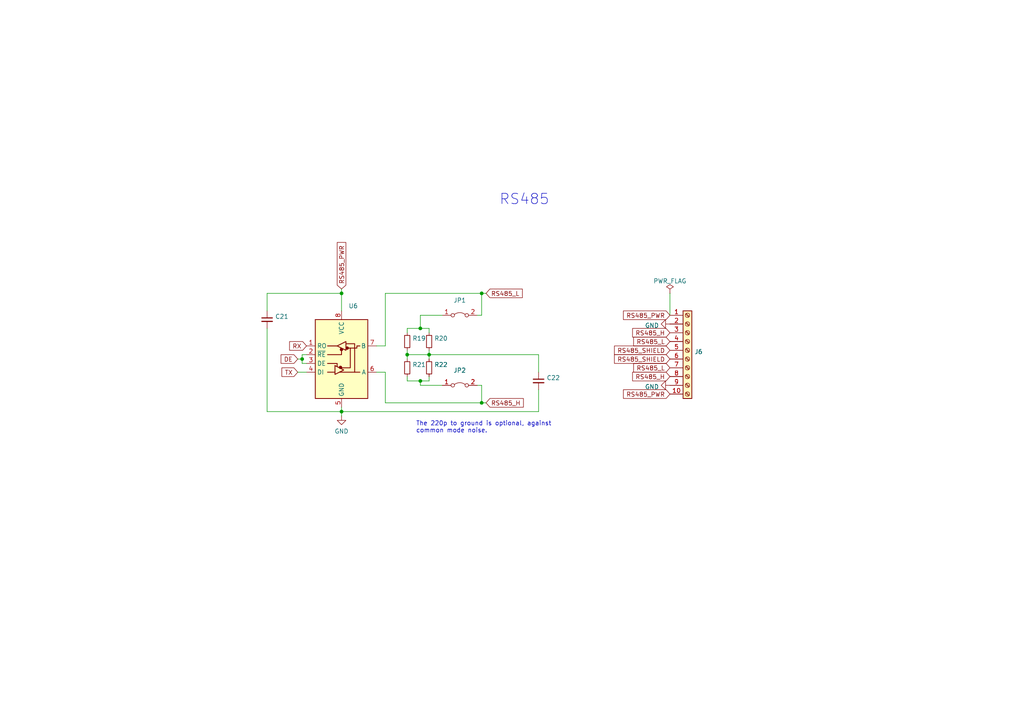
<source format=kicad_sch>
(kicad_sch (version 20211123) (generator eeschema)
  (paper "A4")
  (title_block (title "Plant Light LED Driver") (date "2022-10-05") (rev "0.2") (company "River Cat"))
  (lib_symbols
    (symbol "Connector:Screw_Terminal_01x10" (pin_names (offset 1.016) hide)
      (property "Reference" "J" (at 0 12.7 0))
      (property "Value" "Screw_Terminal_01x10" (at 0 -15.24 0))
      (symbol "Screw_Terminal_01x10_1_1"
        (rectangle (start -1.27 11.43) (end 1.27 -13.97) (stroke (width 0.254)) (fill (type background)))
        (circle (center 0 -12.7) (radius 0.635) (stroke (width 0.1524)))
        (circle (center 0 -10.16) (radius 0.635) (stroke (width 0.1524)))
        (circle (center 0 -7.62) (radius 0.635) (stroke (width 0.1524)))
        (circle (center 0 -5.08) (radius 0.635) (stroke (width 0.1524)))
        (circle (center 0 -2.54) (radius 0.635) (stroke (width 0.1524)))
        (polyline (pts (xy -0.5334 -12.3698) (xy 0.3302 -13.208)) (stroke (width 0.1524)))
        (polyline (pts (xy -0.5334 -9.8298) (xy 0.3302 -10.668)) (stroke (width 0.1524)))
        (polyline (pts (xy -0.5334 -7.2898) (xy 0.3302 -8.128)) (stroke (width 0.1524)))
        (polyline (pts (xy -0.5334 -4.7498) (xy 0.3302 -5.588)) (stroke (width 0.1524)))
        (polyline (pts (xy -0.5334 -2.2098) (xy 0.3302 -3.048)) (stroke (width 0.1524)))
        (polyline (pts (xy -0.5334 0.3302) (xy 0.3302 -0.508)) (stroke (width 0.1524)))
        (polyline (pts (xy -0.5334 2.8702) (xy 0.3302 2.032)) (stroke (width 0.1524)))
        (polyline (pts (xy -0.5334 5.4102) (xy 0.3302 4.572)) (stroke (width 0.1524)))
        (polyline (pts (xy -0.5334 7.9502) (xy 0.3302 7.112)) (stroke (width 0.1524)))
        (polyline (pts (xy -0.5334 10.4902) (xy 0.3302 9.652)) (stroke (width 0.1524)))
        (polyline (pts (xy -0.3556 -12.192) (xy 0.508 -13.0302)) (stroke (width 0.1524)))
        (polyline (pts (xy -0.3556 -9.652) (xy 0.508 -10.4902)) (stroke (width 0.1524)))
        (polyline (pts (xy -0.3556 -7.112) (xy 0.508 -7.9502)) (stroke (width 0.1524)))
        (polyline (pts (xy -0.3556 -4.572) (xy 0.508 -5.4102)) (stroke (width 0.1524)))
        (polyline (pts (xy -0.3556 -2.032) (xy 0.508 -2.8702)) (stroke (width 0.1524)))
        (polyline (pts (xy -0.3556 0.508) (xy 0.508 -0.3302)) (stroke (width 0.1524)))
        (polyline (pts (xy -0.3556 3.048) (xy 0.508 2.2098)) (stroke (width 0.1524)))
        (polyline (pts (xy -0.3556 5.588) (xy 0.508 4.7498)) (stroke (width 0.1524)))
        (polyline (pts (xy -0.3556 8.128) (xy 0.508 7.2898)) (stroke (width 0.1524)))
        (polyline (pts (xy -0.3556 10.668) (xy 0.508 9.8298)) (stroke (width 0.1524)))
        (circle (center 0 0) (radius 0.635) (stroke (width 0.1524)))
        (circle (center 0 2.54) (radius 0.635) (stroke (width 0.1524)))
        (circle (center 0 5.08) (radius 0.635) (stroke (width 0.1524)))
        (circle (center 0 7.62) (radius 0.635) (stroke (width 0.1524)))
        (circle (center 0 10.16) (radius 0.635) (stroke (width 0.1524)))
        (pin passive line (at -5.08 10.16 0) (length 3.81) (name "Pin_1") (number "1"))
        (pin passive line (at -5.08 -12.7 0) (length 3.81) (name "Pin_10") (number "10"))
        (pin passive line (at -5.08 7.62 0) (length 3.81) (name "Pin_2") (number "2"))
        (pin passive line (at -5.08 5.08 0) (length 3.81) (name "Pin_3") (number "3"))
        (pin passive line (at -5.08 2.54 0) (length 3.81) (name "Pin_4") (number "4"))
        (pin passive line (at -5.08 0 0) (length 3.81) (name "Pin_5") (number "5"))
        (pin passive line (at -5.08 -2.54 0) (length 3.81) (name "Pin_6") (number "6"))
        (pin passive line (at -5.08 -5.08 0) (length 3.81) (name "Pin_7") (number "7"))
        (pin passive line (at -5.08 -7.62 0) (length 3.81) (name "Pin_8") (number "8"))
        (pin passive line (at -5.08 -10.16 0) (length 3.81) (name "Pin_9") (number "9"))
      )
    )
    (symbol "Device:C_Small" (pin_numbers hide) (pin_names (offset 0.254) hide)
      (property "Reference" "C" (at 0.254 1.778 0))
      (property "Value" "C_Small" (at 0.254 -2.032 0))
      (symbol "C_Small_0_1"
        (polyline (pts (xy -1.524 -0.508) (xy 1.524 -0.508)) (stroke (width 0.3302)))
        (polyline (pts (xy -1.524 0.508) (xy 1.524 0.508)) (stroke (width 0.3048)))
      )
      (symbol "C_Small_1_1"
        (pin passive line (at 0 2.54 270) (length 2.032) (name "~") (number "1"))
        (pin passive line (at 0 -2.54 90) (length 2.032) (name "~") (number "2"))
      )
    )
    (symbol "Device:R_Small" (pin_numbers hide) (pin_names (offset 0.254) hide)
      (property "Reference" "R" (at 0.762 0.508 0))
      (property "Value" "R_Small" (at 0.762 -1.016 0))
      (symbol "R_Small_0_1"
        (rectangle (start -0.762 1.778) (end 0.762 -1.778) (stroke (width 0.2032)))
      )
      (symbol "R_Small_1_1"
        (pin passive line (at 0 2.54 270) (length 0.762) (name "~") (number "1"))
        (pin passive line (at 0 -2.54 90) (length 0.762) (name "~") (number "2"))
      )
    )
    (symbol "Interface_UART:MAX485E"
      (property "Reference" "U" (at -6.096 11.43 0))
      (property "Value" "MAX485E" (at 0.762 11.43 0))
      (symbol "MAX485E_0_1"
        (rectangle (start -7.62 10.16) (end 7.62 -12.7) (stroke (width 0.254)) (fill (type background)))
        (circle (center -0.3048 -3.683) (radius 0.3556) (stroke (width 0.254)) (fill (type outline)))
        (circle (center -0.0254 1.4986) (radius 0.3556) (stroke (width 0.254)) (fill (type outline)))
        (polyline (pts (xy -4.064 -5.08) (xy -1.905 -5.08)) (stroke (width 0.254)))
        (polyline (pts (xy -4.064 2.54) (xy -1.27 2.54)) (stroke (width 0.254)))
        (polyline (pts (xy -1.27 -3.2004) (xy -1.27 -3.4544)) (stroke (width 0.254)))
        (polyline (pts (xy -0.635 -5.08) (xy 5.334 -5.08)) (stroke (width 0.254)))
        (polyline (pts (xy -4.064 -2.54) (xy -1.27 -2.54) (xy -1.27 -3.175)) (stroke (width 0.254)))
        (polyline (pts (xy 0 1.27) (xy 0 0) (xy -4.064 0)) (stroke (width 0.254)))
        (polyline (pts (xy 1.27 3.175) (xy 3.81 3.175) (xy 3.81 -5.08)) (stroke (width 0.254)))
        (polyline (pts (xy 2.54 1.905) (xy 2.54 -3.81) (xy 0 -3.81)) (stroke (width 0.254)))
        (polyline (pts (xy -1.905 -3.175) (xy -1.905 -5.715) (xy 0.635 -4.445) (xy -1.905 -3.175)) (stroke (width 0.254)))
        (polyline (pts (xy -1.27 2.54) (xy 1.27 3.81) (xy 1.27 1.27) (xy -1.27 2.54)) (stroke (width 0.254)))
        (polyline (pts (xy 1.905 1.905) (xy 4.445 1.905) (xy 4.445 2.54) (xy 5.334 2.54)) (stroke (width 0.254)))
        (rectangle (start 1.27 3.175) (end 1.27 3.175))
        (circle (center 1.651 1.905) (radius 0.3556) (stroke (width 0.254)) (fill (type outline)))
      )
      (symbol "MAX485E_1_1"
        (pin output line (at -10.16 2.54 0) (length 2.54) (name "RO") (number "1"))
        (pin input line (at -10.16 0 0) (length 2.54) (name "~{RE}") (number "2"))
        (pin input line (at -10.16 -2.54 0) (length 2.54) (name "DE") (number "3"))
        (pin input line (at -10.16 -5.08 0) (length 2.54) (name "DI") (number "4"))
        (pin power_in line (at 0 -15.24 90) (length 2.54) (name "GND") (number "5"))
        (pin bidirectional line (at 10.16 -5.08 180) (length 2.54) (name "A") (number "6"))
        (pin bidirectional line (at 10.16 2.54 180) (length 2.54) (name "B") (number "7"))
        (pin power_in line (at 0 12.7 270) (length 2.54) (name "VCC") (number "8"))
      )
    )
    (symbol "Jumper:Jumper_2_Bridged" (pin_names (offset 0) hide)
      (property "Reference" "JP" (at 0 1.905 0))
      (property "Value" "Jumper_2_Bridged" (at 0 -2.54 0))
      (symbol "Jumper_2_Bridged_0_0"
        (circle (center -2.032 0) (radius 0.508))
        (circle (center 2.032 0) (radius 0.508))
      )
      (symbol "Jumper_2_Bridged_0_1"
        (arc (start 1.524 0.254) (mid 0 0.762) (end -1.524 0.254))
      )
      (symbol "Jumper_2_Bridged_1_1"
        (pin passive line (at -5.08 0 0) (length 2.54) (name "A") (number "1"))
        (pin passive line (at 5.08 0 180) (length 2.54) (name "B") (number "2"))
      )
    )
    (symbol "power:GND" (power) (pin_names (offset 0))
      (property "Value" "GND" (at 0 -3.81 0))
      (symbol "GND_0_1"
        (polyline (pts (xy 0 0) (xy 0 -1.27) (xy 1.27 -1.27) (xy 0 -2.54) (xy -1.27 -1.27) (xy 0 -1.27)))
      )
      (symbol "GND_1_1"
        (pin power_in line (at 0 0 270) (length 0) hide (name "GND") (number "1"))
      )
    )
    (symbol "power:PWR_FLAG" (power) (pin_numbers hide) (pin_names (offset 0) hide)
      (property "Value" "PWR_FLAG" (at 0 3.81 0))
      (symbol "PWR_FLAG_0_0"
        (pin power_out line (at 0 0 90) (length 0) (name "pwr") (number "1"))
      )
      (symbol "PWR_FLAG_0_1"
        (polyline (pts (xy 0 0) (xy 0 1.27) (xy -1.016 1.905) (xy 0 2.54) (xy 1.016 1.905) (xy 0 1.27)))
      )
    )
  )
  (junction (at 121.92 110.49))
  (junction (at 118.11 102.87))
  (junction (at 99.06 85.09))
  (junction (at 124.46 102.87))
  (junction (at 139.7 85.09))
  (junction (at 99.06 119.38))
  (junction (at 87.63 104.14))
  (junction (at 139.7 116.84))
  (junction (at 121.92 95.25))
  (wire (pts (xy 121.92 91.44) (xy 121.92 95.25)))
  (wire (pts (xy 111.76 116.84) (xy 139.7 116.84)))
  (wire (pts (xy 77.47 119.38) (xy 99.06 119.38)))
  (wire (pts (xy 139.7 91.44) (xy 139.7 85.09)))
  (wire (pts (xy 87.63 102.87) (xy 88.9 102.87)))
  (wire (pts (xy 109.22 100.33) (xy 111.76 100.33)))
  (wire (pts (xy 99.06 119.38) (xy 99.06 120.65)))
  (wire (pts (xy 111.76 107.95) (xy 109.22 107.95)))
  (wire (pts (xy 87.63 104.14) (xy 87.63 105.41)))
  (wire (pts (xy 121.92 95.25) (xy 124.46 95.25)))
  (wire (pts (xy 124.46 109.22) (xy 124.46 110.49)))
  (wire (pts (xy 118.11 101.6) (xy 118.11 102.87)))
  (wire (pts (xy 111.76 107.95) (xy 111.76 116.84)))
  (wire (pts (xy 128.27 91.44) (xy 121.92 91.44)))
  (wire (pts (xy 99.06 85.09) (xy 99.06 90.17)))
  (wire (pts (xy 99.06 83.82) (xy 99.06 85.09)))
  (wire (pts (xy 86.36 107.95) (xy 88.9 107.95)))
  (wire (pts (xy 118.11 102.87) (xy 124.46 102.87)))
  (wire (pts (xy 156.21 119.38) (xy 99.06 119.38)))
  (wire (pts (xy 194.31 85.09) (xy 194.31 91.44)))
  (wire (pts (xy 139.7 111.76) (xy 139.7 116.84)))
  (wire (pts (xy 118.11 102.87) (xy 118.11 104.14)))
  (wire (pts (xy 118.11 109.22) (xy 118.11 110.49)))
  (wire (pts (xy 124.46 102.87) (xy 124.46 104.14)))
  (wire (pts (xy 77.47 85.09) (xy 99.06 85.09)))
  (wire (pts (xy 118.11 95.25) (xy 118.11 96.52)))
  (wire (pts (xy 156.21 113.03) (xy 156.21 119.38)))
  (wire (pts (xy 156.21 102.87) (xy 156.21 107.95)))
  (wire (pts (xy 88.9 105.41) (xy 87.63 105.41)))
  (wire (pts (xy 138.43 91.44) (xy 139.7 91.44)))
  (wire (pts (xy 77.47 95.25) (xy 77.47 119.38)))
  (wire (pts (xy 138.43 111.76) (xy 139.7 111.76)))
  (wire (pts (xy 87.63 104.14) (xy 87.63 102.87)))
  (wire (pts (xy 118.11 110.49) (xy 121.92 110.49)))
  (wire (pts (xy 118.11 95.25) (xy 121.92 95.25)))
  (wire (pts (xy 111.76 85.09) (xy 111.76 100.33)))
  (wire (pts (xy 77.47 85.09) (xy 77.47 90.17)))
  (wire (pts (xy 139.7 85.09) (xy 140.97 85.09)))
  (wire (pts (xy 121.92 111.76) (xy 121.92 110.49)))
  (wire (pts (xy 99.06 118.11) (xy 99.06 119.38)))
  (wire (pts (xy 128.27 111.76) (xy 121.92 111.76)))
  (wire (pts (xy 139.7 116.84) (xy 140.97 116.84)))
  (wire (pts (xy 121.92 110.49) (xy 124.46 110.49)))
  (wire (pts (xy 124.46 101.6) (xy 124.46 102.87)))
  (wire (pts (xy 124.46 96.52) (xy 124.46 95.25)))
  (wire (pts (xy 86.36 104.14) (xy 87.63 104.14)))
  (wire (pts (xy 111.76 85.09) (xy 139.7 85.09)))
  (wire (pts (xy 124.46 102.87) (xy 156.21 102.87)))
  (text "RS485" (at 144.78 59.69 0) (effects (font (size 3 3)) (justify left bottom)))
  (text "The 220p to ground is optional, against\ncommon mode noise." (at 120.65 125.73 0) (effects (font (size 1.27 1.27)) (justify left bottom)))
  (global_label "RS485_L" (shape input) (at 140.97 85.09 0) (property "Intersheet References" "${INTERSHEET_REFS}" (effects hide)))
  (global_label "RX" (shape input) (at 88.9 100.33 180) (property "Intersheet References" "${INTERSHEET_REFS}" (effects hide)))
  (global_label "RS485_H" (shape input) (at 194.31 109.22 180) (property "Intersheet References" "${INTERSHEET_REFS}" (effects hide)))
  (global_label "TX" (shape input) (at 86.36 107.95 180) (property "Intersheet References" "${INTERSHEET_REFS}" (effects hide)))
  (global_label "RS485_PWR" (shape input) (at 194.31 114.3 180) (property "Intersheet References" "${INTERSHEET_REFS}" (effects hide)))
  (global_label "RS485_PWR" (shape input) (at 194.31 91.44 180) (property "Intersheet References" "${INTERSHEET_REFS}" (effects hide)))
  (global_label "RS485_SHIELD" (shape input) (at 194.31 104.14 180) (property "Intersheet References" "${INTERSHEET_REFS}" (effects hide)))
  (global_label "DE" (shape input) (at 86.36 104.14 180) (property "Intersheet References" "${INTERSHEET_REFS}" (effects hide)))
  (global_label "RS485_H" (shape input) (at 194.31 96.52 180) (property "Intersheet References" "${INTERSHEET_REFS}" (effects hide)))
  (global_label "RS485_PWR" (shape input) (at 99.06 83.82 90) (property "Intersheet References" "${INTERSHEET_REFS}" (effects hide)))
  (global_label "RS485_L" (shape input) (at 194.31 106.68 180) (property "Intersheet References" "${INTERSHEET_REFS}" (effects hide)))
  (global_label "RS485_H" (shape input) (at 140.97 116.84 0) (property "Intersheet References" "${INTERSHEET_REFS}" (effects hide)))
  (global_label "RS485_L" (shape input) (at 194.31 99.06 180) (property "Intersheet References" "${INTERSHEET_REFS}" (effects hide)))
  (global_label "RS485_SHIELD" (shape input) (at 194.31 101.6 180) (property "Intersheet References" "${INTERSHEET_REFS}" (effects hide)))
  (symbol (lib_id "Jumper:Jumper_2_Bridged") (at 133.35 111.76 0) (unit 1)
    (property "Reference" "JP2" (at 133.35 107.4252 0))
  )
  (symbol (lib_id "Connector:Screw_Terminal_01x10") (at 199.39 101.6 0) (unit 1)
    (property "Reference" "J6" (at 201.422 102.0353 0) (effects (justify left)))
  )
  (symbol (lib_id "Device:R_Small") (at 118.11 106.68 0) (unit 1)
    (property "Reference" "R21" (at 119.6086 105.7715 0) (effects (justify left)))
    (property "note" "1% needed if caps to ground used." (effects hide))
  )
  (symbol (lib_id "Device:C_Small") (at 156.21 110.49 0) (unit 1)
    (property "Reference" "C22" (at 158.5341 109.5878 0) (effects (justify left)))
  )
  (symbol (lib_id "Jumper:Jumper_2_Bridged") (at 133.35 91.44 0) (unit 1)
    (property "Reference" "JP1" (at 133.35 87.1052 0))
  )
  (symbol (lib_id "Device:C_Small") (at 77.47 92.71 0) (unit 1)
    (property "Reference" "C21" (at 79.7941 91.8078 0) (effects (justify left)))
  )
  (symbol (lib_id "power:GND") (at 194.31 111.76 270) (unit 1)
    (property "Reference" "#PWR0106" (effects hide))
    (property "Value" "GND" (at 191.1351 112.1938 90) (effects (justify right)))
  )
  (symbol (lib_id "Device:R_Small") (at 124.46 106.68 0) (unit 1)
    (property "Reference" "R22" (at 125.9586 105.7715 0) (effects (justify left)))
    (property "note" "1% needed if caps to ground used." (effects hide))
  )
  (symbol (lib_id "power:GND") (at 99.06 120.65 0) (unit 1)
    (property "Reference" "#PWR0107" (effects hide))
    (property "Value" "GND" (at 99.06 125.0934 0))
  )
  (symbol (lib_id "power:PWR_FLAG") (at 194.31 85.09 0) (unit 1)
    (property "Reference" "#FLG0101" (effects hide))
    (property "Value" "PWR_FLAG" (at 194.31 81.5142 0))
  )
  (symbol (lib_id "Interface_UART:MAX485E") (at 99.06 102.87 0) (unit 1)
    (property "Reference" "U6" (at 101.0794 88.7435 0) (effects (justify left)))
    (property "Datasheet" "https://datasheets.maximintegrated.com/en/ds/MAX1487E-MAX491E.pdf" (effects hide))
  )
  (symbol (lib_id "Device:R_Small") (at 124.46 99.06 0) (unit 1)
    (property "Reference" "R20" (at 125.9586 98.1515 0) (effects (justify left)))
    (property "note" "1% needed if caps to ground used." (effects hide))
  )
  (symbol (lib_id "Device:R_Small") (at 118.11 99.06 0) (unit 1)
    (property "Reference" "R19" (at 119.6086 98.1515 0) (effects (justify left)))
    (property "note" "1% needed if caps to ground used." (effects hide))
  )
  (symbol (lib_id "power:GND") (at 194.31 93.98 270) (unit 1)
    (property "Reference" "#PWR0104" (effects hide))
    (property "Value" "GND" (at 191.1351 94.4138 90) (effects (justify right)))
  )
)
</source>
